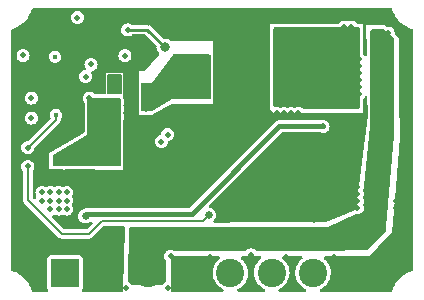
<source format=gbr>
%TF.GenerationSoftware,KiCad,Pcbnew,6.0.11+dfsg-1~bpo11+1*%
%TF.CreationDate,2023-10-14T14:13:14-05:00*%
%TF.ProjectId,Gauntl33tVoltageRegulator,4761756e-746c-4333-9374-566f6c746167,rev?*%
%TF.SameCoordinates,Original*%
%TF.FileFunction,Copper,L4,Bot*%
%TF.FilePolarity,Positive*%
%FSLAX46Y46*%
G04 Gerber Fmt 4.6, Leading zero omitted, Abs format (unit mm)*
G04 Created by KiCad (PCBNEW 6.0.11+dfsg-1~bpo11+1) date 2023-10-14 14:13:14*
%MOMM*%
%LPD*%
G01*
G04 APERTURE LIST*
%TA.AperFunction,ComponentPad*%
%ADD10R,2.400000X2.400000*%
%TD*%
%TA.AperFunction,ComponentPad*%
%ADD11C,2.400000*%
%TD*%
%TA.AperFunction,ViaPad*%
%ADD12C,0.500000*%
%TD*%
%TA.AperFunction,ViaPad*%
%ADD13C,0.650000*%
%TD*%
%TA.AperFunction,ViaPad*%
%ADD14C,0.800000*%
%TD*%
%TA.AperFunction,ViaPad*%
%ADD15C,0.400000*%
%TD*%
%TA.AperFunction,Conductor*%
%ADD16C,0.400000*%
%TD*%
%TA.AperFunction,Conductor*%
%ADD17C,0.200000*%
%TD*%
%TA.AperFunction,Conductor*%
%ADD18C,0.250000*%
%TD*%
G04 APERTURE END LIST*
D10*
%TO.P,J1,1,Pin_1*%
%TO.N,Net-(F2-Pad1)*%
X122050000Y-128900000D03*
D11*
%TO.P,J1,2,Pin_2*%
%TO.N,GND*%
X125550000Y-128900000D03*
%TO.P,J1,3,Pin_3*%
%TO.N,Net-(F1-Pad1)*%
X129050000Y-128900000D03*
%TO.P,J1,4,Pin_4*%
%TO.N,GND*%
X132550000Y-128900000D03*
%TO.P,J1,5,Pin_5*%
%TO.N,Net-(J1-Pad5)*%
X136050000Y-128900000D03*
%TO.P,J1,6,Pin_6*%
%TO.N,/EN*%
X139550000Y-128900000D03*
%TO.P,J1,7,Pin_7*%
%TO.N,/5V*%
X143050000Y-128900000D03*
%TO.P,J1,8,Pin_8*%
%TO.N,GND*%
X146550000Y-128900000D03*
%TD*%
D12*
%TO.N,GND*%
X134700000Y-120600000D03*
X134700000Y-119900000D03*
X146800000Y-123400000D03*
X146200000Y-123400000D03*
X145600000Y-123400000D03*
X146800000Y-119200000D03*
X146800000Y-121600000D03*
X146800000Y-122800000D03*
X146800000Y-118600000D03*
X146800000Y-119800000D03*
X146800000Y-120400000D03*
X146800000Y-122200000D03*
X146800000Y-121000000D03*
X146200000Y-119200000D03*
X146200000Y-121600000D03*
X146200000Y-122800000D03*
X146200000Y-118600000D03*
X146200000Y-119800000D03*
X146200000Y-120400000D03*
X146200000Y-122200000D03*
X146200000Y-121000000D03*
X140000000Y-122200000D03*
X140000000Y-121500000D03*
X140000000Y-120800000D03*
X124600000Y-127000000D03*
X126500000Y-127000000D03*
X131000000Y-127500000D03*
X134300000Y-127600000D03*
X144800000Y-127600000D03*
X149000000Y-130200000D03*
X148300000Y-130200000D03*
X144800000Y-130200000D03*
X137800000Y-127400000D03*
X137700000Y-130200000D03*
X123800000Y-130300000D03*
X127200000Y-130200000D03*
X130800000Y-130200000D03*
X134300000Y-130200000D03*
X140800000Y-127600000D03*
X141600000Y-130200000D03*
X140900000Y-130200000D03*
X137200000Y-123800000D03*
X136600000Y-123800000D03*
X136600000Y-123200000D03*
X136000000Y-123800000D03*
%TO.N,/Vreg*%
X140000000Y-111900000D03*
X140700000Y-111200000D03*
X140700000Y-112600000D03*
X140000000Y-110500000D03*
X140700000Y-110500000D03*
X140000000Y-109800000D03*
X140700000Y-109800000D03*
X140700000Y-111900000D03*
X140000000Y-111200000D03*
X140000000Y-112600000D03*
X141500000Y-111900000D03*
X142200000Y-111200000D03*
X142200000Y-112600000D03*
X141500000Y-110500000D03*
X142200000Y-110500000D03*
X141500000Y-109800000D03*
X142200000Y-109800000D03*
X142200000Y-111900000D03*
X141500000Y-111200000D03*
X141500000Y-112600000D03*
%TO.N,Net-(F2-Pad1)*%
X122200000Y-123500000D03*
X121500000Y-123500000D03*
X120800000Y-123500000D03*
X122200000Y-122800000D03*
X121500000Y-122800000D03*
X120100000Y-122800000D03*
X120800000Y-122800000D03*
X122200000Y-122100000D03*
X121500000Y-122100000D03*
X120800000Y-122100000D03*
X120100000Y-122100000D03*
%TO.N,GND*%
X130700000Y-122400000D03*
X131400000Y-122400000D03*
X131400000Y-123100000D03*
X130700000Y-123100000D03*
%TO.N,/EN*%
X130749500Y-117200000D03*
X123800000Y-112300000D03*
%TO.N,GND*%
X122000000Y-111300000D03*
%TO.N,/+20V*%
X122300000Y-119100000D03*
X121600000Y-119100000D03*
X121987162Y-119604940D03*
X121300000Y-119600000D03*
%TO.N,GND*%
X150600000Y-108300000D03*
X151300000Y-109000000D03*
X150600000Y-109000000D03*
X145300000Y-106800000D03*
X146000000Y-106800000D03*
X144600000Y-106800000D03*
X146700000Y-106800000D03*
%TO.N,Net-(F1-Pad1)*%
X149400000Y-109200000D03*
X149400000Y-108600000D03*
X148800000Y-108600000D03*
%TO.N,GND*%
X138800000Y-116000000D03*
X138200000Y-116000000D03*
X136400000Y-116000000D03*
X135200000Y-116000000D03*
X137000000Y-116000000D03*
X135800000Y-116000000D03*
X137600000Y-116000000D03*
X134600000Y-116000000D03*
X132800000Y-116000000D03*
X131600000Y-116000000D03*
X133400000Y-116000000D03*
X132200000Y-116000000D03*
X134000000Y-116000000D03*
X134600000Y-115400000D03*
X132800000Y-115400000D03*
X131600000Y-115400000D03*
X133400000Y-115400000D03*
X132200000Y-115400000D03*
X134000000Y-115400000D03*
X141800000Y-115400000D03*
X140000000Y-115400000D03*
X138800000Y-115400000D03*
X140600000Y-115400000D03*
X139400000Y-115400000D03*
X141200000Y-115400000D03*
X138200000Y-115400000D03*
X136400000Y-115400000D03*
X135200000Y-115400000D03*
X137000000Y-115400000D03*
X135800000Y-115400000D03*
X137600000Y-115400000D03*
X138200000Y-114800000D03*
X136400000Y-114800000D03*
X135200000Y-114800000D03*
X137000000Y-114800000D03*
X135800000Y-114800000D03*
X137600000Y-114800000D03*
X138200000Y-114200000D03*
X136400000Y-114200000D03*
X135200000Y-114200000D03*
X137000000Y-114200000D03*
X135800000Y-114200000D03*
X137600000Y-114200000D03*
X138200000Y-113600000D03*
X136400000Y-113600000D03*
X135200000Y-113600000D03*
X137000000Y-113600000D03*
X135800000Y-113600000D03*
X137600000Y-113600000D03*
X138200000Y-107600000D03*
X136400000Y-107600000D03*
X135200000Y-107600000D03*
X137000000Y-107600000D03*
X135800000Y-107600000D03*
X137600000Y-107600000D03*
X138200000Y-108200000D03*
X136400000Y-108200000D03*
X135200000Y-108200000D03*
X137000000Y-108200000D03*
X135800000Y-108200000D03*
X137600000Y-108200000D03*
X138200000Y-113000000D03*
X136400000Y-113000000D03*
X135200000Y-113000000D03*
X137000000Y-113000000D03*
X135800000Y-113000000D03*
X137600000Y-113000000D03*
X138200000Y-112400000D03*
X136400000Y-112400000D03*
X135200000Y-112400000D03*
X137000000Y-112400000D03*
X135800000Y-112400000D03*
X137600000Y-112400000D03*
X138200000Y-111800000D03*
X136400000Y-111800000D03*
X135200000Y-111800000D03*
X137000000Y-111800000D03*
X135800000Y-111800000D03*
X137600000Y-111800000D03*
X138200000Y-111200000D03*
X136400000Y-111200000D03*
X135200000Y-111200000D03*
X137000000Y-111200000D03*
X135800000Y-111200000D03*
X137600000Y-111200000D03*
X138200000Y-110600000D03*
X136400000Y-110600000D03*
X135200000Y-110600000D03*
X137000000Y-110600000D03*
X135800000Y-110600000D03*
X137600000Y-110600000D03*
X138200000Y-110000000D03*
X137600000Y-110000000D03*
X137000000Y-110000000D03*
X136400000Y-110000000D03*
X135800000Y-110000000D03*
X135200000Y-110000000D03*
%TO.N,/Vreg*%
X146900000Y-113800000D03*
X146900000Y-113200000D03*
X146900000Y-112600000D03*
X146900000Y-112000000D03*
X146900000Y-111400000D03*
X146900000Y-110800000D03*
X145700000Y-108700000D03*
X146300000Y-108700000D03*
X146300000Y-108100000D03*
X145700000Y-108100000D03*
%TO.N,/+20V*%
X125900000Y-115700000D03*
X126500000Y-115700000D03*
X125100000Y-119500000D03*
X125100000Y-118800000D03*
X125100000Y-118100000D03*
X125100000Y-117400000D03*
X124400000Y-117400000D03*
X124400000Y-118100000D03*
X124400000Y-118800000D03*
X124400000Y-119500000D03*
%TO.N,Net-(IC1-Pad5)*%
X131400000Y-111200000D03*
X132200000Y-111200000D03*
X133000000Y-111200000D03*
X133800000Y-111200000D03*
X133800000Y-112000000D03*
X133000000Y-112000000D03*
X132200000Y-112000000D03*
X131400000Y-112000000D03*
X131400000Y-112800000D03*
X132200000Y-112800000D03*
X133000000Y-112800000D03*
X133800000Y-112800000D03*
X133800000Y-113600000D03*
X133000000Y-113600000D03*
X132200000Y-113600000D03*
X128900000Y-113200000D03*
X128900000Y-113800000D03*
X128900000Y-114400000D03*
X128900000Y-115000000D03*
X131400000Y-113600000D03*
%TO.N,/+20V*%
X126500000Y-114400000D03*
D13*
X123800000Y-124100000D03*
D12*
X143900000Y-116500000D03*
X125265498Y-115734502D03*
X126500000Y-115000000D03*
X125900000Y-115000000D03*
X125900000Y-114400000D03*
X124100000Y-114100000D03*
%TO.N,GND*%
X134700000Y-118500000D03*
X150100000Y-122800000D03*
X126500000Y-112500000D03*
X128000000Y-122400000D03*
X150600000Y-112100000D03*
X128700000Y-121700000D03*
X150100000Y-123400000D03*
X145000000Y-121600000D03*
X128000000Y-118600000D03*
X128700000Y-120000000D03*
X151300000Y-114200000D03*
X151300000Y-110900000D03*
X127262000Y-112760000D03*
X150700000Y-121600000D03*
X150700000Y-122800000D03*
X118800000Y-109300000D03*
X127900000Y-113400000D03*
X150600000Y-114200000D03*
X151300000Y-110300000D03*
X126500000Y-113500000D03*
X145600000Y-121000000D03*
X145000000Y-122200000D03*
X145000000Y-119800000D03*
X129400000Y-122400000D03*
X129400000Y-120700000D03*
X129400000Y-120000000D03*
X125900000Y-112500000D03*
X127900000Y-114600000D03*
X151300000Y-114900000D03*
X150600000Y-113500000D03*
X150700000Y-123400000D03*
X127900000Y-115200000D03*
X140000000Y-120100000D03*
X128600000Y-110200000D03*
X125900000Y-113500000D03*
X150600000Y-110900000D03*
X128700000Y-122400000D03*
X145600000Y-122200000D03*
X129400000Y-119300000D03*
X129400000Y-121700000D03*
X145600000Y-120400000D03*
X150700000Y-118600000D03*
X120100000Y-113300000D03*
X145000000Y-121000000D03*
X134700000Y-119200000D03*
X145600000Y-119800000D03*
X128000000Y-121700000D03*
X125900000Y-113000000D03*
X128700000Y-120700000D03*
X145000000Y-119200000D03*
X127900000Y-114000000D03*
X128000000Y-120000000D03*
X129400000Y-118600000D03*
X151300000Y-111500000D03*
X151300000Y-113500000D03*
X128000000Y-120700000D03*
X136000000Y-123200000D03*
X150600000Y-112800000D03*
X145000000Y-118600000D03*
X150700000Y-119200000D03*
X128000000Y-123100000D03*
X151300000Y-112100000D03*
X143100000Y-124400000D03*
X128700000Y-118600000D03*
X124200000Y-106800000D03*
X150600000Y-111500000D03*
X127300000Y-114000000D03*
X151300000Y-112800000D03*
X145000000Y-120400000D03*
X150700000Y-120400000D03*
X145600000Y-118600000D03*
X127300000Y-115200000D03*
D14*
X119000000Y-129000000D03*
D12*
X129400000Y-123100000D03*
X128700000Y-123100000D03*
X145600000Y-122800000D03*
X150600000Y-110300000D03*
X145000000Y-123400000D03*
X150600000Y-114900000D03*
X150600000Y-109700000D03*
X122600000Y-107900000D03*
D14*
X118000000Y-128000000D03*
D12*
X127300000Y-114600000D03*
X122200000Y-114000000D03*
X128700000Y-119300000D03*
X128000000Y-119300000D03*
X151300000Y-109700000D03*
X150700000Y-122200000D03*
X150700000Y-121000000D03*
X121800000Y-116900000D03*
X150700000Y-119800000D03*
X127300000Y-113400000D03*
X145600000Y-121600000D03*
X145600000Y-119200000D03*
X126500000Y-113000000D03*
X145000000Y-122800000D03*
%TO.N,Net-(200K1-Pad3)*%
X123100000Y-107300000D03*
X119200000Y-115800000D03*
%TO.N,/PGOOD*%
X130200000Y-117800000D03*
X127121588Y-110521588D03*
D13*
%TO.N,/5V*%
X134200000Y-124000000D03*
D12*
X118900000Y-119900000D03*
%TO.N,/Vreg*%
X144400000Y-112600000D03*
X143000000Y-112600000D03*
X143000000Y-111200000D03*
X145100000Y-112600000D03*
X143700000Y-111900000D03*
X143700000Y-109800000D03*
X145100000Y-109800000D03*
X143000000Y-109800000D03*
X145100000Y-111900000D03*
X143700000Y-110500000D03*
X145100000Y-111200000D03*
X144400000Y-110500000D03*
X143000000Y-110500000D03*
X143700000Y-112600000D03*
X124246000Y-111254000D03*
X143700000Y-111200000D03*
X144400000Y-109800000D03*
X143000000Y-111900000D03*
X144400000Y-111900000D03*
X144400000Y-111200000D03*
X145100000Y-110500000D03*
%TO.N,Net-(200K1-Pad1)*%
X119200000Y-114100000D03*
X118500000Y-110500000D03*
D15*
%TO.N,+5VP*%
X121215000Y-110610000D03*
X121275000Y-115520000D03*
D12*
X127367500Y-108332061D03*
D14*
X130500000Y-109800000D03*
D12*
X118900000Y-118300000D03*
%TO.N,Net-(F1-Pad1)*%
X148200000Y-109800000D03*
X148200000Y-108600000D03*
X149400000Y-109800000D03*
X148800000Y-109800000D03*
X148200000Y-109200000D03*
X148800000Y-109200000D03*
%TD*%
D16*
%TO.N,/+20V*%
X143900000Y-116500000D02*
X140200000Y-116500000D01*
X124000000Y-123900000D02*
X123800000Y-124100000D01*
X132800000Y-123900000D02*
X124000000Y-123900000D01*
X140200000Y-116500000D02*
X132800000Y-123900000D01*
D17*
%TO.N,/5V*%
X133700000Y-124500000D02*
X125200000Y-124500000D01*
X118900000Y-122700000D02*
X118900000Y-119900000D01*
X124100000Y-125600000D02*
X121800000Y-125600000D01*
X134200000Y-124000000D02*
X133700000Y-124500000D01*
X125200000Y-124500000D02*
X124100000Y-125600000D01*
X121800000Y-125600000D02*
X118900000Y-122700000D01*
D18*
%TO.N,+5VP*%
X130500000Y-109800000D02*
X129032061Y-108332061D01*
D17*
X121275000Y-115520000D02*
X121275000Y-115925000D01*
D18*
X129032061Y-108332061D02*
X127367500Y-108332061D01*
D17*
X121275000Y-115925000D02*
X118900000Y-118300000D01*
%TD*%
%TA.AperFunction,Conductor*%
%TO.N,GND*%
G36*
X123104707Y-106519976D02*
G01*
X123143913Y-106501505D01*
X123163327Y-106500000D01*
X128300000Y-106500000D01*
X128300000Y-107906561D01*
X127760044Y-107906561D01*
X127691923Y-107886559D01*
X127683339Y-107880523D01*
X127651675Y-107856226D01*
X127645125Y-107851200D01*
X127511209Y-107795731D01*
X127367500Y-107776811D01*
X127223791Y-107795731D01*
X127089875Y-107851200D01*
X126974879Y-107939440D01*
X126886639Y-108054436D01*
X126831170Y-108188352D01*
X126812250Y-108332061D01*
X126831170Y-108475770D01*
X126886639Y-108609686D01*
X126974879Y-108724682D01*
X127089875Y-108812922D01*
X127223791Y-108868391D01*
X127367500Y-108887311D01*
X127511209Y-108868391D01*
X127645125Y-108812922D01*
X127683339Y-108783599D01*
X127749560Y-108757998D01*
X127760044Y-108757561D01*
X128300000Y-108757561D01*
X128300000Y-115500000D01*
X128643519Y-115500000D01*
X128691736Y-115509591D01*
X128748663Y-115533171D01*
X128748667Y-115533172D01*
X128756291Y-115536330D01*
X128900000Y-115555250D01*
X129043709Y-115536330D01*
X129051333Y-115533172D01*
X129051337Y-115533171D01*
X129108264Y-115509591D01*
X129156481Y-115500000D01*
X129500000Y-115500000D01*
X129514143Y-115492044D01*
X129514145Y-115492044D01*
X131071234Y-114616181D01*
X131133007Y-114600000D01*
X134600000Y-114600000D01*
X134600000Y-109300000D01*
X131039870Y-109300000D01*
X130971749Y-109279998D01*
X130956060Y-109268084D01*
X130902721Y-109220560D01*
X130752881Y-109141224D01*
X130588441Y-109099919D01*
X130580843Y-109099879D01*
X130580841Y-109099879D01*
X130483216Y-109099368D01*
X130452487Y-109099207D01*
X130384472Y-109078849D01*
X130364052Y-109062304D01*
X129285281Y-107983533D01*
X129263898Y-107972638D01*
X129247052Y-107962314D01*
X129235665Y-107954041D01*
X129227642Y-107948212D01*
X129218211Y-107945148D01*
X129218208Y-107945146D01*
X129204824Y-107940797D01*
X129186563Y-107933233D01*
X129174025Y-107926845D01*
X129174024Y-107926845D01*
X129165187Y-107922342D01*
X129141490Y-107918589D01*
X129122271Y-107913975D01*
X129099454Y-107906561D01*
X128400000Y-107906561D01*
X128400000Y-106500000D01*
X149653489Y-106500000D01*
X149721610Y-106520002D01*
X149768103Y-106573658D01*
X149773784Y-106588515D01*
X149845063Y-106817260D01*
X149959285Y-107071050D01*
X150103265Y-107309222D01*
X150105606Y-107312210D01*
X150105608Y-107312213D01*
X150208629Y-107443709D01*
X150274904Y-107528302D01*
X150471698Y-107725096D01*
X150474698Y-107727447D01*
X150474701Y-107727449D01*
X150637827Y-107855250D01*
X150690778Y-107896735D01*
X150733137Y-107922342D01*
X150925689Y-108038744D01*
X150925693Y-108038746D01*
X150928950Y-108040715D01*
X151055845Y-108097826D01*
X151179264Y-108153373D01*
X151179270Y-108153375D01*
X151182740Y-108154937D01*
X151186376Y-108156070D01*
X151411485Y-108226216D01*
X151470571Y-108265578D01*
X151498996Y-108330636D01*
X151500000Y-108346511D01*
X151500000Y-128653489D01*
X151479998Y-128721610D01*
X151426342Y-128768103D01*
X151411485Y-128773784D01*
X151182740Y-128845063D01*
X151179270Y-128846625D01*
X151179264Y-128846627D01*
X151142410Y-128863214D01*
X150928950Y-128959285D01*
X150925693Y-128961254D01*
X150925689Y-128961256D01*
X150773950Y-129052986D01*
X150690778Y-129103265D01*
X150687790Y-129105606D01*
X150687787Y-129105608D01*
X150474701Y-129272551D01*
X150471698Y-129274904D01*
X150274904Y-129471698D01*
X150272553Y-129474698D01*
X150272551Y-129474701D01*
X150115264Y-129675463D01*
X150103265Y-129690778D01*
X150101298Y-129694032D01*
X149989188Y-129879485D01*
X149959285Y-129928950D01*
X149906446Y-130046353D01*
X149846750Y-130178992D01*
X149845063Y-130182740D01*
X149814461Y-130280945D01*
X149773784Y-130411485D01*
X149734422Y-130470571D01*
X149669364Y-130498996D01*
X149653489Y-130500000D01*
X143738475Y-130500000D01*
X143670354Y-130479998D01*
X143623861Y-130426342D01*
X143613757Y-130356068D01*
X143643251Y-130291488D01*
X143683043Y-130260849D01*
X143816303Y-130195566D01*
X143816308Y-130195563D01*
X143820954Y-130193287D01*
X143825164Y-130190284D01*
X143825169Y-130190281D01*
X144017617Y-130053009D01*
X144017622Y-130053005D01*
X144021829Y-130050004D01*
X144196605Y-129875837D01*
X144340588Y-129675463D01*
X144449911Y-129454264D01*
X144505120Y-129272551D01*
X144520135Y-129223132D01*
X144520136Y-129223126D01*
X144521639Y-129218180D01*
X144553845Y-128973550D01*
X144555643Y-128900000D01*
X144542030Y-128734422D01*
X144535849Y-128659240D01*
X144535848Y-128659234D01*
X144535425Y-128654089D01*
X144475316Y-128414783D01*
X144376928Y-128188507D01*
X144242905Y-127981339D01*
X144216635Y-127952468D01*
X144190243Y-127923464D01*
X144076846Y-127798842D01*
X144072795Y-127795643D01*
X144072791Y-127795639D01*
X143983196Y-127724882D01*
X143942133Y-127666965D01*
X143938901Y-127596042D01*
X143974526Y-127534631D01*
X144037697Y-127502228D01*
X144061288Y-127500000D01*
X147900000Y-127500000D01*
X149252309Y-125997435D01*
X149687881Y-125513466D01*
X149687881Y-125513465D01*
X149700000Y-125500000D01*
X150035656Y-121615979D01*
X150399734Y-117403081D01*
X150399734Y-117403076D01*
X150400000Y-117400000D01*
X150360812Y-114108188D01*
X150300216Y-109018114D01*
X150300216Y-109018113D01*
X150300000Y-109000000D01*
X150292576Y-108993195D01*
X150292576Y-108993194D01*
X150175891Y-108886233D01*
X149993724Y-108719247D01*
X149957025Y-108658473D01*
X149954358Y-108616447D01*
X149954172Y-108616447D01*
X149954172Y-108613514D01*
X149953944Y-108609921D01*
X149954172Y-108608189D01*
X149954172Y-108608188D01*
X149955250Y-108600000D01*
X149936330Y-108456291D01*
X149880861Y-108322375D01*
X149792621Y-108207379D01*
X149677625Y-108119139D01*
X149543709Y-108063670D01*
X149400000Y-108044750D01*
X149334019Y-108053437D01*
X149263872Y-108042498D01*
X149232432Y-108021396D01*
X149100000Y-107900000D01*
X148522928Y-107898647D01*
X147590431Y-107896459D01*
X147590429Y-107896459D01*
X147572314Y-107896417D01*
X147602889Y-110220140D01*
X147605818Y-110442718D01*
X147586714Y-110511096D01*
X147533675Y-110558291D01*
X147463540Y-110569319D01*
X147398577Y-110540678D01*
X147379869Y-110521082D01*
X147336013Y-110463928D01*
X147326037Y-110450927D01*
X147300437Y-110384707D01*
X147300000Y-110374224D01*
X147300000Y-107800000D01*
X146825828Y-107800000D01*
X146757707Y-107779998D01*
X146725866Y-107750705D01*
X146708021Y-107727449D01*
X146692621Y-107707379D01*
X146577625Y-107619139D01*
X146443709Y-107563670D01*
X146300000Y-107544750D01*
X146156291Y-107563670D01*
X146048217Y-107608435D01*
X145977628Y-107616024D01*
X145951785Y-107608436D01*
X145843709Y-107563670D01*
X145700000Y-107544750D01*
X145556291Y-107563670D01*
X145422375Y-107619139D01*
X145307379Y-107707379D01*
X145291979Y-107727449D01*
X145274134Y-107750705D01*
X145216796Y-107792572D01*
X145174172Y-107800000D01*
X139400000Y-107800000D01*
X139400000Y-115400000D01*
X147300000Y-115400000D01*
X147300000Y-114225776D01*
X147320002Y-114157655D01*
X147326037Y-114149072D01*
X147330298Y-114143519D01*
X147380861Y-114077625D01*
X147410906Y-114005089D01*
X147455454Y-113949808D01*
X147522817Y-113927387D01*
X147591609Y-113944945D01*
X147639987Y-113996907D01*
X147653304Y-114051649D01*
X147671008Y-115397124D01*
X147672204Y-115488050D01*
X147671318Y-115504717D01*
X146711081Y-123507652D01*
X146709041Y-123524652D01*
X146681066Y-123589904D01*
X146629170Y-123627242D01*
X145397525Y-124100952D01*
X144121478Y-124591739D01*
X144076988Y-124600135D01*
X137184266Y-124640681D01*
X134738462Y-124655068D01*
X134670225Y-124635467D01*
X134623417Y-124582086D01*
X134612900Y-124511872D01*
X134642013Y-124447119D01*
X134655893Y-124433257D01*
X134658032Y-124431430D01*
X134663810Y-124426495D01*
X134752156Y-124303550D01*
X134808624Y-124163080D01*
X134829956Y-124013196D01*
X134830094Y-124000000D01*
X134828161Y-123984021D01*
X134812818Y-123857241D01*
X134811906Y-123849701D01*
X134808504Y-123840699D01*
X134761076Y-123715182D01*
X134761075Y-123715179D01*
X134758392Y-123708080D01*
X134672640Y-123583311D01*
X134579134Y-123500000D01*
X134565270Y-123487648D01*
X134565269Y-123487648D01*
X134559603Y-123482599D01*
X134552897Y-123479048D01*
X134552895Y-123479047D01*
X134438336Y-123418392D01*
X134425805Y-123411757D01*
X134297886Y-123379625D01*
X134236691Y-123343629D01*
X134204671Y-123280264D01*
X134211992Y-123209645D01*
X134239488Y-123168326D01*
X140370409Y-117037405D01*
X140432721Y-117003379D01*
X140459504Y-117000500D01*
X143644726Y-117000500D01*
X143692943Y-117010091D01*
X143748663Y-117033171D01*
X143748667Y-117033172D01*
X143756291Y-117036330D01*
X143900000Y-117055250D01*
X144043709Y-117036330D01*
X144177625Y-116980861D01*
X144292621Y-116892621D01*
X144380861Y-116777625D01*
X144436330Y-116643709D01*
X144455250Y-116500000D01*
X144436330Y-116356291D01*
X144380861Y-116222375D01*
X144292621Y-116107379D01*
X144177625Y-116019139D01*
X144043709Y-115963670D01*
X143900000Y-115944750D01*
X143756291Y-115963670D01*
X143748667Y-115966828D01*
X143748663Y-115966829D01*
X143692943Y-115989909D01*
X143644726Y-115999500D01*
X140270176Y-115999500D01*
X140258296Y-115998172D01*
X140258255Y-115998683D01*
X140249307Y-115997963D01*
X140240552Y-115995982D01*
X140197014Y-115998683D01*
X140187745Y-115999258D01*
X140179943Y-115999500D01*
X140164060Y-115999500D01*
X140159612Y-116000137D01*
X140159610Y-116000137D01*
X140153942Y-116000948D01*
X140143891Y-116001978D01*
X140106420Y-116004303D01*
X140106419Y-116004303D01*
X140097461Y-116004859D01*
X140089017Y-116007907D01*
X140085324Y-116008672D01*
X140070584Y-116012347D01*
X140066968Y-116013404D01*
X140058082Y-116014677D01*
X140027520Y-116028573D01*
X140015734Y-116033932D01*
X140006367Y-116037745D01*
X139962613Y-116053540D01*
X139955361Y-116058838D01*
X139952015Y-116060617D01*
X139938911Y-116068274D01*
X139935739Y-116070303D01*
X139927572Y-116074016D01*
X139920776Y-116079871D01*
X139920774Y-116079873D01*
X139892321Y-116104390D01*
X139884405Y-116110675D01*
X139877598Y-116115648D01*
X139877591Y-116115654D01*
X139873664Y-116118523D01*
X139862928Y-116129259D01*
X139856082Y-116135616D01*
X139818963Y-116167600D01*
X139814079Y-116175134D01*
X139808181Y-116181896D01*
X139808176Y-116181892D01*
X139799198Y-116192989D01*
X132629591Y-123362595D01*
X132567279Y-123396621D01*
X132540496Y-123399500D01*
X124070181Y-123399500D01*
X124058296Y-123398172D01*
X124058255Y-123398682D01*
X124049309Y-123397962D01*
X124040553Y-123395981D01*
X124005240Y-123398172D01*
X123987736Y-123399258D01*
X123979933Y-123399500D01*
X123964060Y-123399500D01*
X123953948Y-123400948D01*
X123943894Y-123401978D01*
X123915903Y-123403715D01*
X123897462Y-123404859D01*
X123889018Y-123407907D01*
X123885306Y-123408676D01*
X123870601Y-123412343D01*
X123866973Y-123413404D01*
X123858082Y-123414677D01*
X123815718Y-123433939D01*
X123806363Y-123437746D01*
X123771057Y-123450491D01*
X123771053Y-123450493D01*
X123762613Y-123453540D01*
X123755365Y-123458835D01*
X123747440Y-123463049D01*
X123746876Y-123461988D01*
X123713342Y-123477500D01*
X123619621Y-123500000D01*
X123580367Y-123509424D01*
X123445835Y-123578861D01*
X123440113Y-123583853D01*
X123440111Y-123583854D01*
X123337474Y-123673390D01*
X123337471Y-123673393D01*
X123331749Y-123678385D01*
X123327382Y-123684599D01*
X123257397Y-123784178D01*
X123244696Y-123802249D01*
X123189702Y-123943302D01*
X123188711Y-123950831D01*
X123174776Y-124056680D01*
X123169941Y-124093402D01*
X123186554Y-124243883D01*
X123238582Y-124386057D01*
X123242819Y-124392363D01*
X123242821Y-124392366D01*
X123270299Y-124433257D01*
X123323022Y-124511716D01*
X123434998Y-124613607D01*
X123441675Y-124617232D01*
X123441676Y-124617233D01*
X123561370Y-124682222D01*
X123561372Y-124682223D01*
X123568047Y-124685847D01*
X123575396Y-124687775D01*
X123707136Y-124722336D01*
X123707138Y-124722336D01*
X123714486Y-124724264D01*
X123794562Y-124725522D01*
X123858266Y-124726523D01*
X123858269Y-124726523D01*
X123865863Y-124726642D01*
X124013437Y-124692843D01*
X124127518Y-124635467D01*
X124141906Y-124628231D01*
X124141909Y-124628229D01*
X124148689Y-124624819D01*
X124154462Y-124619888D01*
X124154467Y-124619885D01*
X124177934Y-124599842D01*
X124242723Y-124570810D01*
X124312923Y-124581415D01*
X124366246Y-124628289D01*
X124385762Y-124696551D01*
X124365274Y-124764527D01*
X124348860Y-124784747D01*
X123971012Y-125162595D01*
X123908700Y-125196621D01*
X123881917Y-125199500D01*
X122018082Y-125199500D01*
X121949961Y-125179498D01*
X121928991Y-125162599D01*
X120977356Y-124210963D01*
X120943332Y-124148653D01*
X120948397Y-124077837D01*
X120990944Y-124021002D01*
X121018235Y-124005461D01*
X121041300Y-123995907D01*
X121077625Y-123980861D01*
X121084175Y-123975835D01*
X121087000Y-123974204D01*
X121155996Y-123957466D01*
X121213000Y-123974204D01*
X121215825Y-123975835D01*
X121222375Y-123980861D01*
X121356291Y-124036330D01*
X121500000Y-124055250D01*
X121643709Y-124036330D01*
X121777625Y-123980861D01*
X121784175Y-123975835D01*
X121787000Y-123974204D01*
X121855996Y-123957466D01*
X121913000Y-123974204D01*
X121915825Y-123975835D01*
X121922375Y-123980861D01*
X122056291Y-124036330D01*
X122200000Y-124055250D01*
X122343709Y-124036330D01*
X122477625Y-123980861D01*
X122592621Y-123892621D01*
X122680861Y-123777625D01*
X122736330Y-123643709D01*
X122755250Y-123500000D01*
X122736330Y-123356291D01*
X122680861Y-123222375D01*
X122675835Y-123215825D01*
X122674204Y-123213000D01*
X122657466Y-123144004D01*
X122674204Y-123087000D01*
X122675835Y-123084175D01*
X122680861Y-123077625D01*
X122736330Y-122943709D01*
X122755250Y-122800000D01*
X122736330Y-122656291D01*
X122680861Y-122522375D01*
X122675835Y-122515825D01*
X122674204Y-122513000D01*
X122657466Y-122444004D01*
X122674204Y-122387000D01*
X122675835Y-122384175D01*
X122680861Y-122377625D01*
X122736330Y-122243709D01*
X122755250Y-122100000D01*
X122736330Y-121956291D01*
X122680861Y-121822375D01*
X122592621Y-121707379D01*
X122477625Y-121619139D01*
X122343709Y-121563670D01*
X122200000Y-121544750D01*
X122056291Y-121563670D01*
X121922375Y-121619139D01*
X121915825Y-121624165D01*
X121913000Y-121625796D01*
X121844004Y-121642534D01*
X121787000Y-121625796D01*
X121784175Y-121624165D01*
X121777625Y-121619139D01*
X121643709Y-121563670D01*
X121500000Y-121544750D01*
X121356291Y-121563670D01*
X121222375Y-121619139D01*
X121215825Y-121624165D01*
X121213000Y-121625796D01*
X121144004Y-121642534D01*
X121087000Y-121625796D01*
X121084175Y-121624165D01*
X121077625Y-121619139D01*
X120943709Y-121563670D01*
X120800000Y-121544750D01*
X120656291Y-121563670D01*
X120522375Y-121619139D01*
X120515825Y-121624165D01*
X120513000Y-121625796D01*
X120444004Y-121642534D01*
X120387000Y-121625796D01*
X120384175Y-121624165D01*
X120377625Y-121619139D01*
X120243709Y-121563670D01*
X120100000Y-121544750D01*
X119956291Y-121563670D01*
X119822375Y-121619139D01*
X119707379Y-121707379D01*
X119619139Y-121822375D01*
X119563670Y-121956291D01*
X119562592Y-121964480D01*
X119551422Y-122049322D01*
X119528215Y-122101781D01*
X119547396Y-122131627D01*
X119551422Y-122150678D01*
X119563670Y-122243709D01*
X119619139Y-122377625D01*
X119624165Y-122384175D01*
X119625796Y-122387000D01*
X119642534Y-122455996D01*
X119625796Y-122513000D01*
X119624165Y-122515825D01*
X119619139Y-122522375D01*
X119614280Y-122534107D01*
X119594539Y-122581765D01*
X119549991Y-122637046D01*
X119482627Y-122659467D01*
X119413836Y-122641909D01*
X119389035Y-122622642D01*
X119337405Y-122571012D01*
X119303379Y-122508700D01*
X119300500Y-122481917D01*
X119300500Y-122167125D01*
X119320502Y-122099004D01*
X119322996Y-122096843D01*
X119302005Y-122052289D01*
X119300500Y-122032875D01*
X119300500Y-120325124D01*
X119320502Y-120257003D01*
X119326538Y-120248420D01*
X119363692Y-120200000D01*
X119380861Y-120177625D01*
X119413014Y-120100000D01*
X120700000Y-120100000D01*
X120713038Y-120100207D01*
X121059248Y-120105703D01*
X121105465Y-120115278D01*
X121123666Y-120122817D01*
X121156291Y-120136330D01*
X121300000Y-120155250D01*
X121443709Y-120136330D01*
X121476616Y-120122700D01*
X121526832Y-120113124D01*
X121647422Y-120115039D01*
X121761390Y-120116848D01*
X121807605Y-120126422D01*
X121843453Y-120141270D01*
X121987162Y-120160190D01*
X122130871Y-120141270D01*
X122149904Y-120133386D01*
X122200120Y-120123811D01*
X127000000Y-120200000D01*
X127000000Y-117800000D01*
X129644750Y-117800000D01*
X129663670Y-117943709D01*
X129719139Y-118077625D01*
X129807379Y-118192621D01*
X129922375Y-118280861D01*
X130056291Y-118336330D01*
X130200000Y-118355250D01*
X130343709Y-118336330D01*
X130477625Y-118280861D01*
X130592621Y-118192621D01*
X130680861Y-118077625D01*
X130736330Y-117943709D01*
X130748727Y-117849546D01*
X130777449Y-117784618D01*
X130836715Y-117745527D01*
X130857201Y-117741071D01*
X130893209Y-117736330D01*
X131027125Y-117680861D01*
X131142121Y-117592621D01*
X131230361Y-117477625D01*
X131285830Y-117343709D01*
X131304750Y-117200000D01*
X131285830Y-117056291D01*
X131230361Y-116922375D01*
X131142121Y-116807379D01*
X131027125Y-116719139D01*
X130893209Y-116663670D01*
X130749500Y-116644750D01*
X130605791Y-116663670D01*
X130471875Y-116719139D01*
X130356879Y-116807379D01*
X130268639Y-116922375D01*
X130213170Y-117056291D01*
X130204470Y-117122375D01*
X130200773Y-117150454D01*
X130172051Y-117215382D01*
X130112785Y-117254473D01*
X130092299Y-117258929D01*
X130056291Y-117263670D01*
X129922375Y-117319139D01*
X129807379Y-117407379D01*
X129719139Y-117522375D01*
X129663670Y-117656291D01*
X129644750Y-117800000D01*
X127000000Y-117800000D01*
X127000000Y-115956481D01*
X127009591Y-115908264D01*
X127033171Y-115851337D01*
X127033172Y-115851333D01*
X127036330Y-115843709D01*
X127055250Y-115700000D01*
X127036330Y-115556291D01*
X127033172Y-115548667D01*
X127033171Y-115548663D01*
X127009591Y-115491736D01*
X127000000Y-115443519D01*
X127000000Y-115256481D01*
X127009591Y-115208264D01*
X127033171Y-115151337D01*
X127033172Y-115151333D01*
X127036330Y-115143709D01*
X127055250Y-115000000D01*
X127036330Y-114856291D01*
X127033172Y-114848667D01*
X127033171Y-114848663D01*
X127009591Y-114791736D01*
X127000000Y-114743519D01*
X127000000Y-114656481D01*
X127009591Y-114608264D01*
X127033171Y-114551337D01*
X127033172Y-114551333D01*
X127036330Y-114543709D01*
X127055250Y-114400000D01*
X127036330Y-114256291D01*
X127033172Y-114248667D01*
X127033171Y-114248663D01*
X127009591Y-114191736D01*
X127000000Y-114143519D01*
X127000000Y-112000000D01*
X125500000Y-112000000D01*
X125500000Y-113674000D01*
X125479998Y-113742121D01*
X125426342Y-113788614D01*
X125374000Y-113800000D01*
X124625828Y-113800000D01*
X124557707Y-113779998D01*
X124525866Y-113750705D01*
X124520498Y-113743709D01*
X124492621Y-113707379D01*
X124377625Y-113619139D01*
X124243709Y-113563670D01*
X124100000Y-113544750D01*
X123956291Y-113563670D01*
X123822375Y-113619139D01*
X123707379Y-113707379D01*
X123619139Y-113822375D01*
X123563670Y-113956291D01*
X123544750Y-114100000D01*
X123563670Y-114243709D01*
X123619139Y-114377625D01*
X123673964Y-114449074D01*
X123699563Y-114515293D01*
X123700000Y-114525776D01*
X123700000Y-116928660D01*
X123679998Y-116996781D01*
X123638826Y-117036704D01*
X121464893Y-118341064D01*
X120700000Y-118800000D01*
X120700000Y-120100000D01*
X119413014Y-120100000D01*
X119436330Y-120043709D01*
X119455250Y-119900000D01*
X119436330Y-119756291D01*
X119380861Y-119622375D01*
X119292621Y-119507379D01*
X119177625Y-119419139D01*
X119043709Y-119363670D01*
X118900000Y-119344750D01*
X118756291Y-119363670D01*
X118622375Y-119419139D01*
X118507379Y-119507379D01*
X118419139Y-119622375D01*
X118363670Y-119756291D01*
X118344750Y-119900000D01*
X118363670Y-120043709D01*
X118419139Y-120177625D01*
X118436308Y-120200000D01*
X118473462Y-120248420D01*
X118499063Y-120314640D01*
X118499500Y-120325124D01*
X118499500Y-122763433D01*
X118502564Y-122772864D01*
X118502565Y-122772868D01*
X118506297Y-122784353D01*
X118510913Y-122803578D01*
X118514354Y-122825304D01*
X118518855Y-122834137D01*
X118518856Y-122834141D01*
X118524341Y-122844906D01*
X118531905Y-122863166D01*
X118538704Y-122884090D01*
X118551639Y-122901893D01*
X118561965Y-122918745D01*
X118571950Y-122938342D01*
X118594513Y-122960905D01*
X118594516Y-122960909D01*
X121471950Y-125838342D01*
X121561658Y-125928050D01*
X121570492Y-125932551D01*
X121570493Y-125932552D01*
X121581259Y-125938038D01*
X121598116Y-125948368D01*
X121615910Y-125961296D01*
X121636830Y-125968093D01*
X121655093Y-125975658D01*
X121665861Y-125981145D01*
X121665865Y-125981146D01*
X121674696Y-125985646D01*
X121684485Y-125987197D01*
X121684493Y-125987199D01*
X121696427Y-125989089D01*
X121715647Y-125993703D01*
X121727133Y-125997435D01*
X121727140Y-125997436D01*
X121736567Y-126000499D01*
X121768477Y-126000499D01*
X121768481Y-126000500D01*
X124163433Y-126000500D01*
X124172864Y-125997436D01*
X124172868Y-125997435D01*
X124184353Y-125993703D01*
X124203578Y-125989087D01*
X124215512Y-125987197D01*
X124215513Y-125987197D01*
X124225304Y-125985646D01*
X124234137Y-125981145D01*
X124234141Y-125981144D01*
X124244906Y-125975659D01*
X124263166Y-125968095D01*
X124284090Y-125961296D01*
X124301893Y-125948361D01*
X124318745Y-125938035D01*
X124329502Y-125932554D01*
X124338342Y-125928050D01*
X124360905Y-125905487D01*
X124360909Y-125905484D01*
X125328988Y-124937405D01*
X125391300Y-124903379D01*
X125418083Y-124900500D01*
X126968252Y-124900500D01*
X127036373Y-124920502D01*
X127082866Y-124974158D01*
X127094233Y-125028710D01*
X127000417Y-130376210D01*
X126979223Y-130443970D01*
X126924760Y-130489514D01*
X126874436Y-130500000D01*
X123579166Y-130500000D01*
X123511045Y-130479998D01*
X123464552Y-130426342D01*
X123454448Y-130356068D01*
X123483942Y-130291488D01*
X123489994Y-130284981D01*
X123494024Y-130280945D01*
X123494025Y-130280943D01*
X123502241Y-130272713D01*
X123507487Y-130260849D01*
X123543675Y-130178992D01*
X123547506Y-130170327D01*
X123550500Y-130144646D01*
X123550500Y-127655354D01*
X123547382Y-127629154D01*
X123501939Y-127526847D01*
X123422713Y-127447759D01*
X123412076Y-127443056D01*
X123412074Y-127443055D01*
X123352538Y-127416735D01*
X123320327Y-127402494D01*
X123294646Y-127399500D01*
X120805354Y-127399500D01*
X120801650Y-127399941D01*
X120801647Y-127399941D01*
X120794254Y-127400821D01*
X120779154Y-127402618D01*
X120676847Y-127448061D01*
X120597759Y-127527287D01*
X120552494Y-127629673D01*
X120549500Y-127655354D01*
X120549500Y-130144646D01*
X120552618Y-130170846D01*
X120598061Y-130273153D01*
X120606295Y-130281373D01*
X120606296Y-130281374D01*
X120609756Y-130284828D01*
X120643835Y-130347111D01*
X120638830Y-130417931D01*
X120596332Y-130474804D01*
X120529833Y-130499671D01*
X120520737Y-130500000D01*
X119346511Y-130500000D01*
X119278390Y-130479998D01*
X119231897Y-130426342D01*
X119226216Y-130411485D01*
X119185539Y-130280945D01*
X119154937Y-130182740D01*
X119153251Y-130178992D01*
X119093554Y-130046353D01*
X119040715Y-129928950D01*
X119010813Y-129879485D01*
X118898702Y-129694032D01*
X118896735Y-129690778D01*
X118884737Y-129675463D01*
X118727449Y-129474701D01*
X118727447Y-129474698D01*
X118725096Y-129471698D01*
X118528302Y-129274904D01*
X118525299Y-129272551D01*
X118312213Y-129105608D01*
X118312210Y-129105606D01*
X118309222Y-129103265D01*
X118226050Y-129052986D01*
X118074311Y-128961256D01*
X118074307Y-128961254D01*
X118071050Y-128959285D01*
X117857590Y-128863214D01*
X117820736Y-128846627D01*
X117820730Y-128846625D01*
X117817260Y-128845063D01*
X117588515Y-128773784D01*
X117529429Y-128734422D01*
X117501004Y-128669364D01*
X117500000Y-128653489D01*
X117500000Y-118300000D01*
X118344750Y-118300000D01*
X118363670Y-118443709D01*
X118419139Y-118577625D01*
X118507379Y-118692621D01*
X118622375Y-118780861D01*
X118756291Y-118836330D01*
X118900000Y-118855250D01*
X119043709Y-118836330D01*
X119177625Y-118780861D01*
X119292621Y-118692621D01*
X119380861Y-118577625D01*
X119436330Y-118443709D01*
X119447978Y-118355235D01*
X119476701Y-118290309D01*
X119483805Y-118282588D01*
X121580483Y-116185909D01*
X121603050Y-116163342D01*
X121607552Y-116154507D01*
X121613038Y-116143741D01*
X121623368Y-116126884D01*
X121630465Y-116117115D01*
X121636296Y-116109090D01*
X121643094Y-116088168D01*
X121650658Y-116069907D01*
X121656145Y-116059139D01*
X121656146Y-116059135D01*
X121660646Y-116050304D01*
X121662197Y-116040515D01*
X121662199Y-116040507D01*
X121664089Y-116028573D01*
X121668703Y-116009353D01*
X121672435Y-115997867D01*
X121672436Y-115997860D01*
X121675499Y-115988433D01*
X121675499Y-115956525D01*
X121675500Y-115956519D01*
X121675500Y-115866724D01*
X121694946Y-115803116D01*
X121694200Y-115802754D01*
X121696522Y-115797961D01*
X121756710Y-115673733D01*
X121780496Y-115532354D01*
X121780647Y-115520000D01*
X121763050Y-115397124D01*
X121761596Y-115386968D01*
X121761595Y-115386965D01*
X121760323Y-115378082D01*
X121743864Y-115341881D01*
X121707813Y-115262592D01*
X121700984Y-115247572D01*
X121644818Y-115182388D01*
X121613260Y-115145763D01*
X121613257Y-115145760D01*
X121607400Y-115138963D01*
X121487095Y-115060985D01*
X121349739Y-115019907D01*
X121340763Y-115019852D01*
X121340762Y-115019852D01*
X121280555Y-115019484D01*
X121206376Y-115019031D01*
X121068529Y-115058428D01*
X120947280Y-115134930D01*
X120852377Y-115242388D01*
X120791447Y-115372163D01*
X120790066Y-115381035D01*
X120770809Y-115504717D01*
X120769391Y-115513823D01*
X120770555Y-115522725D01*
X120770555Y-115522728D01*
X120771814Y-115532354D01*
X120787980Y-115655979D01*
X120791596Y-115664196D01*
X120811216Y-115708787D01*
X120820342Y-115779195D01*
X120789955Y-115843359D01*
X120784982Y-115848626D01*
X119849429Y-116784178D01*
X118917412Y-117716195D01*
X118855100Y-117750221D01*
X118844768Y-117752021D01*
X118756291Y-117763670D01*
X118622375Y-117819139D01*
X118507379Y-117907379D01*
X118419139Y-118022375D01*
X118363670Y-118156291D01*
X118344750Y-118300000D01*
X117500000Y-118300000D01*
X117500000Y-115800000D01*
X118644750Y-115800000D01*
X118663670Y-115943709D01*
X118719139Y-116077625D01*
X118807379Y-116192621D01*
X118922375Y-116280861D01*
X119056291Y-116336330D01*
X119200000Y-116355250D01*
X119343709Y-116336330D01*
X119477625Y-116280861D01*
X119592621Y-116192621D01*
X119680861Y-116077625D01*
X119736330Y-115943709D01*
X119755250Y-115800000D01*
X119736330Y-115656291D01*
X119680861Y-115522375D01*
X119592621Y-115407379D01*
X119477625Y-115319139D01*
X119343709Y-115263670D01*
X119200000Y-115244750D01*
X119056291Y-115263670D01*
X118922375Y-115319139D01*
X118807379Y-115407379D01*
X118719139Y-115522375D01*
X118663670Y-115656291D01*
X118644750Y-115800000D01*
X117500000Y-115800000D01*
X117500000Y-114100000D01*
X118644750Y-114100000D01*
X118663670Y-114243709D01*
X118719139Y-114377625D01*
X118807379Y-114492621D01*
X118922375Y-114580861D01*
X119056291Y-114636330D01*
X119200000Y-114655250D01*
X119343709Y-114636330D01*
X119477625Y-114580861D01*
X119592621Y-114492621D01*
X119680861Y-114377625D01*
X119736330Y-114243709D01*
X119755250Y-114100000D01*
X119736330Y-113956291D01*
X119680861Y-113822375D01*
X119592621Y-113707379D01*
X119477625Y-113619139D01*
X119343709Y-113563670D01*
X119200000Y-113544750D01*
X119056291Y-113563670D01*
X118922375Y-113619139D01*
X118807379Y-113707379D01*
X118719139Y-113822375D01*
X118663670Y-113956291D01*
X118644750Y-114100000D01*
X117500000Y-114100000D01*
X117500000Y-112300000D01*
X123244750Y-112300000D01*
X123263670Y-112443709D01*
X123319139Y-112577625D01*
X123407379Y-112692621D01*
X123522375Y-112780861D01*
X123656291Y-112836330D01*
X123800000Y-112855250D01*
X123943709Y-112836330D01*
X124077625Y-112780861D01*
X124192621Y-112692621D01*
X124280861Y-112577625D01*
X124336330Y-112443709D01*
X124355250Y-112300000D01*
X124336330Y-112156291D01*
X124280861Y-112022375D01*
X124274088Y-112013548D01*
X124261985Y-111997775D01*
X124236385Y-111931554D01*
X124250650Y-111862006D01*
X124300252Y-111811210D01*
X124345502Y-111796150D01*
X124389709Y-111790330D01*
X124523625Y-111734861D01*
X124638621Y-111646621D01*
X124726861Y-111531625D01*
X124782330Y-111397709D01*
X124801250Y-111254000D01*
X124782330Y-111110291D01*
X124726861Y-110976375D01*
X124638621Y-110861379D01*
X124523625Y-110773139D01*
X124389709Y-110717670D01*
X124246000Y-110698750D01*
X124102291Y-110717670D01*
X123968375Y-110773139D01*
X123853379Y-110861379D01*
X123765139Y-110976375D01*
X123709670Y-111110291D01*
X123690750Y-111254000D01*
X123709670Y-111397709D01*
X123765139Y-111531625D01*
X123770166Y-111538176D01*
X123770167Y-111538178D01*
X123784015Y-111556225D01*
X123809615Y-111622446D01*
X123795350Y-111691994D01*
X123745748Y-111742790D01*
X123700498Y-111757850D01*
X123656291Y-111763670D01*
X123522375Y-111819139D01*
X123407379Y-111907379D01*
X123319139Y-112022375D01*
X123263670Y-112156291D01*
X123244750Y-112300000D01*
X117500000Y-112300000D01*
X117500000Y-110500000D01*
X117944750Y-110500000D01*
X117963670Y-110643709D01*
X118019139Y-110777625D01*
X118107379Y-110892621D01*
X118222375Y-110980861D01*
X118356291Y-111036330D01*
X118500000Y-111055250D01*
X118643709Y-111036330D01*
X118777625Y-110980861D01*
X118892621Y-110892621D01*
X118980861Y-110777625D01*
X119036330Y-110643709D01*
X119041581Y-110603823D01*
X120709391Y-110603823D01*
X120710555Y-110612725D01*
X120710555Y-110612728D01*
X120718685Y-110674901D01*
X120727980Y-110745979D01*
X120785720Y-110877203D01*
X120791497Y-110884076D01*
X120791498Y-110884077D01*
X120793174Y-110886071D01*
X120877970Y-110986948D01*
X120885447Y-110991925D01*
X120982142Y-111056291D01*
X120997313Y-111066390D01*
X121134157Y-111109142D01*
X121143129Y-111109306D01*
X121143132Y-111109307D01*
X121208463Y-111110504D01*
X121277499Y-111111770D01*
X121286533Y-111109307D01*
X121407158Y-111076421D01*
X121407160Y-111076420D01*
X121415817Y-111074060D01*
X121537991Y-110999045D01*
X121634200Y-110892754D01*
X121689716Y-110778168D01*
X121692795Y-110771814D01*
X121692795Y-110771813D01*
X121696710Y-110763733D01*
X121720496Y-110622354D01*
X121720647Y-110610000D01*
X121712473Y-110552924D01*
X121707986Y-110521588D01*
X126566338Y-110521588D01*
X126585258Y-110665297D01*
X126640727Y-110799213D01*
X126728967Y-110914209D01*
X126843963Y-111002449D01*
X126977879Y-111057918D01*
X127121588Y-111076838D01*
X127265297Y-111057918D01*
X127399213Y-111002449D01*
X127514209Y-110914209D01*
X127602449Y-110799213D01*
X127657918Y-110665297D01*
X127676838Y-110521588D01*
X127657918Y-110377879D01*
X127602449Y-110243963D01*
X127514209Y-110128967D01*
X127399213Y-110040727D01*
X127265297Y-109985258D01*
X127121588Y-109966338D01*
X126977879Y-109985258D01*
X126843963Y-110040727D01*
X126728967Y-110128967D01*
X126640727Y-110243963D01*
X126585258Y-110377879D01*
X126566338Y-110521588D01*
X121707986Y-110521588D01*
X121701596Y-110476968D01*
X121701595Y-110476965D01*
X121700323Y-110468082D01*
X121691794Y-110449322D01*
X121663797Y-110387747D01*
X121640984Y-110337572D01*
X121622598Y-110316234D01*
X121553260Y-110235763D01*
X121553257Y-110235760D01*
X121547400Y-110228963D01*
X121427095Y-110150985D01*
X121289739Y-110109907D01*
X121280763Y-110109852D01*
X121280762Y-110109852D01*
X121220555Y-110109484D01*
X121146376Y-110109031D01*
X121008529Y-110148428D01*
X120887280Y-110224930D01*
X120792377Y-110332388D01*
X120731447Y-110462163D01*
X120709391Y-110603823D01*
X119041581Y-110603823D01*
X119055250Y-110500000D01*
X119036330Y-110356291D01*
X118980861Y-110222375D01*
X118892621Y-110107379D01*
X118777625Y-110019139D01*
X118643709Y-109963670D01*
X118500000Y-109944750D01*
X118356291Y-109963670D01*
X118222375Y-110019139D01*
X118107379Y-110107379D01*
X118019139Y-110222375D01*
X117963670Y-110356291D01*
X117944750Y-110500000D01*
X117500000Y-110500000D01*
X117500000Y-108346511D01*
X117520002Y-108278390D01*
X117573658Y-108231897D01*
X117588515Y-108226216D01*
X117813624Y-108156070D01*
X117817260Y-108154937D01*
X117820730Y-108153375D01*
X117820736Y-108153373D01*
X117944155Y-108097826D01*
X118071050Y-108040715D01*
X118074307Y-108038746D01*
X118074311Y-108038744D01*
X118266863Y-107922342D01*
X118309222Y-107896735D01*
X118362174Y-107855250D01*
X118525299Y-107727449D01*
X118525302Y-107727447D01*
X118528302Y-107725096D01*
X118725096Y-107528302D01*
X118791371Y-107443709D01*
X118894392Y-107312213D01*
X118894394Y-107312210D01*
X118896735Y-107309222D01*
X118902310Y-107300000D01*
X122544750Y-107300000D01*
X122563670Y-107443709D01*
X122619139Y-107577625D01*
X122707379Y-107692621D01*
X122822375Y-107780861D01*
X122956291Y-107836330D01*
X123100000Y-107855250D01*
X123243709Y-107836330D01*
X123377625Y-107780861D01*
X123492621Y-107692621D01*
X123580861Y-107577625D01*
X123636330Y-107443709D01*
X123655250Y-107300000D01*
X123636330Y-107156291D01*
X123580861Y-107022375D01*
X123492621Y-106907379D01*
X123377625Y-106819139D01*
X123243709Y-106763670D01*
X123146880Y-106750922D01*
X123098920Y-106729705D01*
X123072171Y-106746896D01*
X123053120Y-106750922D01*
X122956291Y-106763670D01*
X122822375Y-106819139D01*
X122707379Y-106907379D01*
X122619139Y-107022375D01*
X122563670Y-107156291D01*
X122544750Y-107300000D01*
X118902310Y-107300000D01*
X119040715Y-107071050D01*
X119154937Y-106817260D01*
X119226216Y-106588515D01*
X119265578Y-106529429D01*
X119330636Y-106501004D01*
X119346511Y-106500000D01*
X123036673Y-106500000D01*
X123104707Y-106519976D01*
G37*
%TD.AperFunction*%
%TA.AperFunction,Conductor*%
G36*
X126842121Y-112120002D02*
G01*
X126888614Y-112173658D01*
X126900000Y-112226000D01*
X126900000Y-113674000D01*
X126879998Y-113742121D01*
X126826342Y-113788614D01*
X126774000Y-113800000D01*
X125726000Y-113800000D01*
X125657879Y-113779998D01*
X125611386Y-113726342D01*
X125600000Y-113674000D01*
X125600000Y-112226000D01*
X125620002Y-112157879D01*
X125673658Y-112111386D01*
X125726000Y-112100000D01*
X126774000Y-112100000D01*
X126842121Y-112120002D01*
G37*
%TD.AperFunction*%
%TA.AperFunction,Conductor*%
G36*
X135105860Y-127520002D02*
G01*
X135152353Y-127573658D01*
X135162457Y-127643932D01*
X135132963Y-127708512D01*
X135113392Y-127726760D01*
X135050364Y-127774083D01*
X134879896Y-127952468D01*
X134876982Y-127956740D01*
X134876981Y-127956741D01*
X134857238Y-127985683D01*
X134740851Y-128156300D01*
X134636965Y-128380104D01*
X134571026Y-128617871D01*
X134544806Y-128863214D01*
X134559010Y-129109545D01*
X134560147Y-129114591D01*
X134560148Y-129114597D01*
X134582336Y-129213051D01*
X134613255Y-129350249D01*
X134706084Y-129578861D01*
X134835006Y-129789241D01*
X134996557Y-129975741D01*
X135186399Y-130133351D01*
X135199342Y-130140914D01*
X135394967Y-130255229D01*
X135394974Y-130255232D01*
X135399433Y-130257838D01*
X135404262Y-130259682D01*
X135405698Y-130260370D01*
X135458488Y-130307844D01*
X135477232Y-130376321D01*
X135455978Y-130444062D01*
X135401475Y-130489558D01*
X135351253Y-130500000D01*
X131126000Y-130500000D01*
X131057879Y-130479998D01*
X131011386Y-130426342D01*
X131000000Y-130374000D01*
X131000000Y-127626000D01*
X131020002Y-127557879D01*
X131073658Y-127511386D01*
X131126000Y-127500000D01*
X135037739Y-127500000D01*
X135105860Y-127520002D01*
G37*
%TD.AperFunction*%
%TA.AperFunction,Conductor*%
G36*
X142105860Y-127520002D02*
G01*
X142152353Y-127573658D01*
X142162457Y-127643932D01*
X142132963Y-127708512D01*
X142113392Y-127726760D01*
X142050364Y-127774083D01*
X141879896Y-127952468D01*
X141876982Y-127956740D01*
X141876981Y-127956741D01*
X141857238Y-127985683D01*
X141740851Y-128156300D01*
X141636965Y-128380104D01*
X141571026Y-128617871D01*
X141544806Y-128863214D01*
X141559010Y-129109545D01*
X141560147Y-129114591D01*
X141560148Y-129114597D01*
X141582336Y-129213051D01*
X141613255Y-129350249D01*
X141706084Y-129578861D01*
X141835006Y-129789241D01*
X141996557Y-129975741D01*
X142186399Y-130133351D01*
X142199342Y-130140914D01*
X142394967Y-130255229D01*
X142394974Y-130255232D01*
X142399433Y-130257838D01*
X142404262Y-130259682D01*
X142405698Y-130260370D01*
X142458488Y-130307844D01*
X142477232Y-130376321D01*
X142455978Y-130444062D01*
X142401475Y-130489558D01*
X142351253Y-130500000D01*
X140238475Y-130500000D01*
X140170354Y-130479998D01*
X140123861Y-130426342D01*
X140113757Y-130356068D01*
X140143251Y-130291488D01*
X140183043Y-130260849D01*
X140316303Y-130195566D01*
X140316308Y-130195563D01*
X140320954Y-130193287D01*
X140325164Y-130190284D01*
X140325169Y-130190281D01*
X140517617Y-130053009D01*
X140517622Y-130053005D01*
X140521829Y-130050004D01*
X140696605Y-129875837D01*
X140840588Y-129675463D01*
X140949911Y-129454264D01*
X141005120Y-129272551D01*
X141020135Y-129223132D01*
X141020136Y-129223126D01*
X141021639Y-129218180D01*
X141053845Y-128973550D01*
X141055643Y-128900000D01*
X141042030Y-128734422D01*
X141035849Y-128659240D01*
X141035848Y-128659234D01*
X141035425Y-128654089D01*
X140975316Y-128414783D01*
X140876928Y-128188507D01*
X140742905Y-127981339D01*
X140716635Y-127952468D01*
X140690243Y-127923464D01*
X140576846Y-127798842D01*
X140572795Y-127795643D01*
X140572791Y-127795639D01*
X140483196Y-127724882D01*
X140442133Y-127666965D01*
X140438901Y-127596042D01*
X140474526Y-127534631D01*
X140537697Y-127502228D01*
X140561288Y-127500000D01*
X142037739Y-127500000D01*
X142105860Y-127520002D01*
G37*
%TD.AperFunction*%
%TA.AperFunction,Conductor*%
G36*
X138605860Y-127520002D02*
G01*
X138652353Y-127573658D01*
X138662457Y-127643932D01*
X138632963Y-127708512D01*
X138613392Y-127726760D01*
X138550364Y-127774083D01*
X138379896Y-127952468D01*
X138376982Y-127956740D01*
X138376981Y-127956741D01*
X138357238Y-127985683D01*
X138240851Y-128156300D01*
X138136965Y-128380104D01*
X138071026Y-128617871D01*
X138044806Y-128863214D01*
X138059010Y-129109545D01*
X138060147Y-129114591D01*
X138060148Y-129114597D01*
X138082336Y-129213051D01*
X138113255Y-129350249D01*
X138206084Y-129578861D01*
X138335006Y-129789241D01*
X138496557Y-129975741D01*
X138686399Y-130133351D01*
X138699342Y-130140914D01*
X138894967Y-130255229D01*
X138894974Y-130255232D01*
X138899433Y-130257838D01*
X138904262Y-130259682D01*
X138905698Y-130260370D01*
X138958488Y-130307844D01*
X138977232Y-130376321D01*
X138955978Y-130444062D01*
X138901475Y-130489558D01*
X138851253Y-130500000D01*
X136738475Y-130500000D01*
X136670354Y-130479998D01*
X136623861Y-130426342D01*
X136613757Y-130356068D01*
X136643251Y-130291488D01*
X136683043Y-130260849D01*
X136816303Y-130195566D01*
X136816308Y-130195563D01*
X136820954Y-130193287D01*
X136825164Y-130190284D01*
X136825169Y-130190281D01*
X137017617Y-130053009D01*
X137017622Y-130053005D01*
X137021829Y-130050004D01*
X137196605Y-129875837D01*
X137340588Y-129675463D01*
X137449911Y-129454264D01*
X137505120Y-129272551D01*
X137520135Y-129223132D01*
X137520136Y-129223126D01*
X137521639Y-129218180D01*
X137553845Y-128973550D01*
X137555643Y-128900000D01*
X137542030Y-128734422D01*
X137535849Y-128659240D01*
X137535848Y-128659234D01*
X137535425Y-128654089D01*
X137475316Y-128414783D01*
X137376928Y-128188507D01*
X137242905Y-127981339D01*
X137216635Y-127952468D01*
X137190243Y-127923464D01*
X137076846Y-127798842D01*
X137072795Y-127795643D01*
X137072791Y-127795639D01*
X136983196Y-127724882D01*
X136942133Y-127666965D01*
X136938901Y-127596042D01*
X136974526Y-127534631D01*
X137037697Y-127502228D01*
X137061288Y-127500000D01*
X138537739Y-127500000D01*
X138605860Y-127520002D01*
G37*
%TD.AperFunction*%
%TA.AperFunction,Conductor*%
G36*
X128871744Y-108777563D02*
G01*
X128892718Y-108794466D01*
X129761680Y-109663428D01*
X129795706Y-109725740D01*
X129797507Y-109768967D01*
X129794394Y-109792611D01*
X129812999Y-109961135D01*
X129821827Y-109985258D01*
X129868384Y-110112480D01*
X129871266Y-110120356D01*
X129875502Y-110126659D01*
X129875502Y-110126660D01*
X129888472Y-110145962D01*
X129965830Y-110261083D01*
X129971445Y-110266192D01*
X129978805Y-110272889D01*
X130015728Y-110333528D01*
X130014005Y-110404504D01*
X129988596Y-110449322D01*
X129287685Y-111245812D01*
X128895046Y-111691994D01*
X128837630Y-111757239D01*
X128777612Y-111795164D01*
X128743040Y-111800000D01*
X128400000Y-111800000D01*
X128400000Y-108757561D01*
X128803623Y-108757561D01*
X128871744Y-108777563D01*
G37*
%TD.AperFunction*%
%TD*%
%TA.AperFunction,Conductor*%
%TO.N,/Vreg*%
G36*
X146942121Y-108120002D02*
G01*
X146988614Y-108173658D01*
X147000000Y-108226000D01*
X147000000Y-114874000D01*
X146979998Y-114942121D01*
X146926342Y-114988614D01*
X146874000Y-115000000D01*
X142225776Y-115000000D01*
X142157655Y-114979998D01*
X142149080Y-114973968D01*
X142077625Y-114919139D01*
X141943709Y-114863670D01*
X141800000Y-114844750D01*
X141656291Y-114863670D01*
X141548217Y-114908435D01*
X141477628Y-114916024D01*
X141451785Y-114908436D01*
X141343709Y-114863670D01*
X141200000Y-114844750D01*
X141056291Y-114863670D01*
X140948217Y-114908435D01*
X140877628Y-114916024D01*
X140851785Y-114908436D01*
X140743709Y-114863670D01*
X140600000Y-114844750D01*
X140456291Y-114863670D01*
X140348217Y-114908435D01*
X140277628Y-114916024D01*
X140251785Y-114908436D01*
X140143709Y-114863670D01*
X140000000Y-114844750D01*
X139991812Y-114845828D01*
X139864478Y-114862592D01*
X139864477Y-114862592D01*
X139856291Y-114863670D01*
X139855287Y-114864086D01*
X139787631Y-114862473D01*
X139728836Y-114822677D01*
X139700891Y-114757411D01*
X139700000Y-114742457D01*
X139700000Y-108226000D01*
X139720002Y-108157879D01*
X139773658Y-108111386D01*
X139826000Y-108100000D01*
X146874000Y-108100000D01*
X146942121Y-108120002D01*
G37*
%TD.AperFunction*%
%TD*%
%TA.AperFunction,Conductor*%
%TO.N,/+20V*%
G36*
X126742121Y-114120002D02*
G01*
X126788614Y-114173658D01*
X126800000Y-114226000D01*
X126800000Y-119774000D01*
X126779998Y-119842121D01*
X126726342Y-119888614D01*
X126674000Y-119900000D01*
X121126000Y-119900000D01*
X121057879Y-119879998D01*
X121011386Y-119826342D01*
X121000000Y-119774000D01*
X121000000Y-119070092D01*
X121020002Y-119001971D01*
X121059552Y-118963037D01*
X123884608Y-117209554D01*
X123884609Y-117209553D01*
X123900000Y-117200000D01*
X123900000Y-114226000D01*
X123920002Y-114157879D01*
X123973658Y-114111386D01*
X124026000Y-114100000D01*
X126674000Y-114100000D01*
X126742121Y-114120002D01*
G37*
%TD.AperFunction*%
%TD*%
%TA.AperFunction,Conductor*%
%TO.N,Net-(F1-Pad1)*%
G36*
X149120778Y-108320002D02*
G01*
X149135626Y-108331173D01*
X149244000Y-108426000D01*
X149856972Y-108962351D01*
X149895066Y-109022262D01*
X149900000Y-109057176D01*
X149900000Y-117194636D01*
X149899543Y-117205353D01*
X149233264Y-125010342D01*
X149203719Y-125356436D01*
X149177996Y-125422609D01*
X149170098Y-125431896D01*
X147737035Y-126960496D01*
X147675852Y-126996512D01*
X147645853Y-127000317D01*
X143891001Y-127022275D01*
X138291666Y-127055019D01*
X138223429Y-127035415D01*
X138201834Y-127018116D01*
X138197647Y-127013929D01*
X138192621Y-127007379D01*
X138077625Y-126919139D01*
X137943709Y-126863670D01*
X137800000Y-126844750D01*
X137656291Y-126863670D01*
X137522375Y-126919139D01*
X137407379Y-127007379D01*
X137402353Y-127013929D01*
X137396512Y-127019770D01*
X137394983Y-127018241D01*
X137346884Y-127053363D01*
X137304998Y-127060789D01*
X135943603Y-127068751D01*
X134502130Y-127077180D01*
X134459358Y-127068802D01*
X134459314Y-127068967D01*
X134456909Y-127068323D01*
X134453179Y-127067592D01*
X134451340Y-127066830D01*
X134451334Y-127066829D01*
X134443709Y-127063670D01*
X134300000Y-127044750D01*
X134291812Y-127045828D01*
X134164475Y-127062592D01*
X134164471Y-127062593D01*
X134156291Y-127063670D01*
X134148669Y-127066827D01*
X134148662Y-127066829D01*
X134141050Y-127069982D01*
X134093574Y-127079569D01*
X131420265Y-127095203D01*
X131352028Y-127075600D01*
X131342824Y-127069168D01*
X131322226Y-127053363D01*
X131277625Y-127019139D01*
X131143709Y-126963670D01*
X131000000Y-126944750D01*
X130856291Y-126963670D01*
X130722375Y-127019139D01*
X130648794Y-127075600D01*
X130634852Y-127086298D01*
X130608168Y-127099952D01*
X130600000Y-127100000D01*
X130600000Y-127107846D01*
X130593318Y-127115650D01*
X130581636Y-127140927D01*
X130519139Y-127222375D01*
X130463670Y-127356291D01*
X130444750Y-127500000D01*
X130463670Y-127643709D01*
X130519139Y-127777625D01*
X130573963Y-127849072D01*
X130599563Y-127915293D01*
X130600000Y-127925776D01*
X130600000Y-129602821D01*
X130579998Y-129670942D01*
X130537001Y-129711940D01*
X130530009Y-129715977D01*
X130522375Y-129719139D01*
X130407379Y-129807379D01*
X130374134Y-129850705D01*
X130316796Y-129892572D01*
X130274172Y-129900000D01*
X127725828Y-129900000D01*
X127657707Y-129879998D01*
X127625866Y-129850705D01*
X127592621Y-129807379D01*
X127477625Y-129719139D01*
X127469995Y-129715979D01*
X127469019Y-129715415D01*
X127420027Y-129664032D01*
X127406047Y-129603726D01*
X127497481Y-125123429D01*
X127518869Y-125055731D01*
X127573462Y-125010342D01*
X127623455Y-125000000D01*
X144300000Y-125000000D01*
X146720588Y-123962605D01*
X146786669Y-123953495D01*
X146791811Y-123954172D01*
X146791812Y-123954172D01*
X146800000Y-123955250D01*
X146943709Y-123936330D01*
X147077625Y-123880861D01*
X147192621Y-123792621D01*
X147280861Y-123677625D01*
X147336330Y-123543709D01*
X147355250Y-123400000D01*
X147336330Y-123256291D01*
X147291565Y-123148217D01*
X147283976Y-123077628D01*
X147291565Y-123051782D01*
X147333169Y-122951340D01*
X147336330Y-122943709D01*
X147355250Y-122800000D01*
X147336330Y-122656291D01*
X147291565Y-122548217D01*
X147283976Y-122477628D01*
X147291565Y-122451782D01*
X147333169Y-122351340D01*
X147336330Y-122343709D01*
X147355250Y-122200000D01*
X147336330Y-122056291D01*
X147312914Y-121999760D01*
X147304074Y-121937821D01*
X147319437Y-121797639D01*
X147328278Y-121763149D01*
X147333170Y-121751337D01*
X147336330Y-121743709D01*
X147355250Y-121600000D01*
X147349509Y-121556393D01*
X147349181Y-121526223D01*
X147899626Y-116503414D01*
X147899626Y-116503412D01*
X147900000Y-116500000D01*
X147900000Y-108426000D01*
X147920002Y-108357879D01*
X147973658Y-108311386D01*
X148026000Y-108300000D01*
X149052657Y-108300000D01*
X149120778Y-108320002D01*
G37*
%TD.AperFunction*%
%TD*%
%TA.AperFunction,Conductor*%
%TO.N,GND*%
G36*
X128892455Y-108727563D02*
G01*
X128913429Y-108744466D01*
X129093423Y-108924460D01*
X128802071Y-111779709D01*
X128777612Y-111795164D01*
X128743040Y-111800000D01*
X127700000Y-111800000D01*
X127700000Y-108721162D01*
X127748146Y-108707561D01*
X128824334Y-108707561D01*
X128892455Y-108727563D01*
G37*
%TD.AperFunction*%
%TA.AperFunction,Conductor*%
G36*
X129300000Y-106900000D02*
G01*
X129189076Y-107987059D01*
X129150991Y-107975669D01*
X129145347Y-107973835D01*
X129104996Y-107959665D01*
X129104990Y-107959664D01*
X129097513Y-107957038D01*
X129092006Y-107956561D01*
X129089299Y-107956561D01*
X129086726Y-107956450D01*
X129086567Y-107956402D01*
X129086573Y-107956258D01*
X129085953Y-107956219D01*
X129079774Y-107954371D01*
X129026506Y-107956464D01*
X129021559Y-107956561D01*
X127745705Y-107956561D01*
X127700000Y-107943044D01*
X127700000Y-106500000D01*
X129300000Y-106500000D01*
X129300000Y-106900000D01*
G37*
%TD.AperFunction*%
%TD*%
%TA.AperFunction,Conductor*%
%TO.N,Net-(IC1-Pad5)*%
G36*
X134342121Y-110420002D02*
G01*
X134388614Y-110473658D01*
X134400000Y-110526000D01*
X134400000Y-114074000D01*
X134379998Y-114142121D01*
X134326342Y-114188614D01*
X134274000Y-114200000D01*
X131100000Y-114200000D01*
X131085478Y-114208542D01*
X131085479Y-114208542D01*
X129429573Y-115182604D01*
X129365688Y-115200000D01*
X128626000Y-115200000D01*
X128557879Y-115179998D01*
X128511386Y-115126342D01*
X128500000Y-115074000D01*
X128500000Y-112926000D01*
X128520002Y-112857879D01*
X128573658Y-112811386D01*
X128626000Y-112800000D01*
X129400000Y-112800000D01*
X131162200Y-110450400D01*
X131219074Y-110407905D01*
X131263000Y-110400000D01*
X134274000Y-110400000D01*
X134342121Y-110420002D01*
G37*
%TD.AperFunction*%
%TD*%
M02*

</source>
